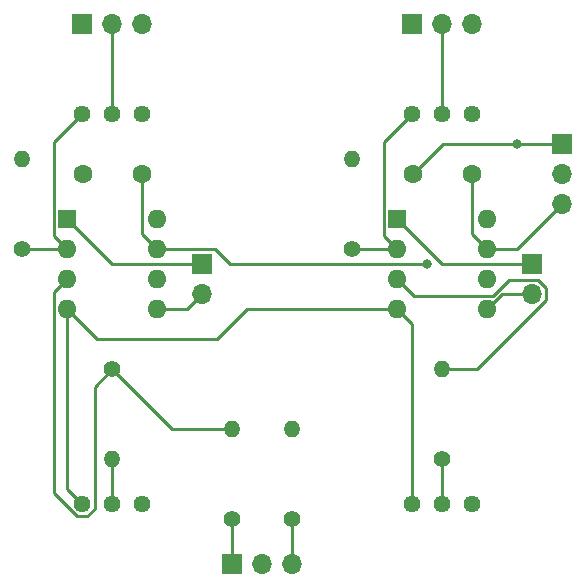
<source format=gbr>
%TF.GenerationSoftware,KiCad,Pcbnew,(6.0.1)*%
%TF.CreationDate,2022-01-30T20:50:49-08:00*%
%TF.ProjectId,Galvoamp,47616c76-6f61-46d7-902e-6b696361645f,rev?*%
%TF.SameCoordinates,Original*%
%TF.FileFunction,Copper,L1,Top*%
%TF.FilePolarity,Positive*%
%FSLAX46Y46*%
G04 Gerber Fmt 4.6, Leading zero omitted, Abs format (unit mm)*
G04 Created by KiCad (PCBNEW (6.0.1)) date 2022-01-30 20:50:49*
%MOMM*%
%LPD*%
G01*
G04 APERTURE LIST*
%TA.AperFunction,ComponentPad*%
%ADD10R,1.700000X1.700000*%
%TD*%
%TA.AperFunction,ComponentPad*%
%ADD11O,1.700000X1.700000*%
%TD*%
%TA.AperFunction,ComponentPad*%
%ADD12C,1.440000*%
%TD*%
%TA.AperFunction,ComponentPad*%
%ADD13C,1.400000*%
%TD*%
%TA.AperFunction,ComponentPad*%
%ADD14O,1.400000X1.400000*%
%TD*%
%TA.AperFunction,ComponentPad*%
%ADD15R,1.600000X1.600000*%
%TD*%
%TA.AperFunction,ComponentPad*%
%ADD16O,1.600000X1.600000*%
%TD*%
%TA.AperFunction,ComponentPad*%
%ADD17C,1.600000*%
%TD*%
%TA.AperFunction,ViaPad*%
%ADD18C,0.800000*%
%TD*%
%TA.AperFunction,Conductor*%
%ADD19C,0.250000*%
%TD*%
G04 APERTURE END LIST*
D10*
%TO.P,J4,1,Pin_1*%
%TO.N,GND*%
X139700000Y-76200000D03*
D11*
%TO.P,J4,2,Pin_2*%
%TO.N,Net-(J4-Pad2)*%
X142240000Y-76200000D03*
%TO.P,J4,3,Pin_3*%
%TO.N,GND*%
X144780000Y-76200000D03*
%TD*%
D12*
%TO.P,RV2,1,1*%
%TO.N,+15V*%
X144780000Y-116840000D03*
%TO.P,RV2,2,2*%
%TO.N,Net-(R4-Pad1)*%
X142240000Y-116840000D03*
%TO.P,RV2,3,3*%
%TO.N,-15V*%
X139700000Y-116840000D03*
%TD*%
D10*
%TO.P,J3,1,Pin_1*%
%TO.N,Net-(J3-Pad1)*%
X149860000Y-96520000D03*
D11*
%TO.P,J3,2,Pin_2*%
%TO.N,Net-(J3-Pad2)*%
X149860000Y-99060000D03*
%TD*%
D12*
%TO.P,RV3,1,1*%
%TO.N,Net-(U1-Pad2)*%
X111760000Y-83820000D03*
%TO.P,RV3,2,2*%
%TO.N,Net-(U1-Pad6)*%
X114300000Y-83820000D03*
%TO.P,RV3,3,3*%
X116840000Y-83820000D03*
%TD*%
D13*
%TO.P,R5,1*%
%TO.N,Net-(R5-Pad1)*%
X134620000Y-95250000D03*
D14*
%TO.P,R5,2*%
%TO.N,GND*%
X134620000Y-87630000D03*
%TD*%
D12*
%TO.P,RV4,1,1*%
%TO.N,Net-(R5-Pad1)*%
X139700000Y-83820000D03*
%TO.P,RV4,2,2*%
%TO.N,Net-(J4-Pad2)*%
X142240000Y-83820000D03*
%TO.P,RV4,3,3*%
X144780000Y-83820000D03*
%TD*%
D15*
%TO.P,U2,1,NULL*%
%TO.N,Net-(J3-Pad1)*%
X138440000Y-92720000D03*
D16*
%TO.P,U2,2,-*%
%TO.N,Net-(R5-Pad1)*%
X138440000Y-95260000D03*
%TO.P,U2,3,+*%
%TO.N,Net-(R3-Pad2)*%
X138440000Y-97800000D03*
%TO.P,U2,4,V-*%
%TO.N,-15V*%
X138440000Y-100340000D03*
%TO.P,U2,5,NULL*%
%TO.N,Net-(J3-Pad2)*%
X146060000Y-100340000D03*
%TO.P,U2,6*%
%TO.N,Net-(J4-Pad2)*%
X146060000Y-97800000D03*
%TO.P,U2,7,V+*%
%TO.N,+15V*%
X146060000Y-95260000D03*
%TO.P,U2,8,NC*%
%TO.N,unconnected-(U2-Pad8)*%
X146060000Y-92720000D03*
%TD*%
D13*
%TO.P,R6,1*%
%TO.N,Net-(U1-Pad2)*%
X106680000Y-95250000D03*
D14*
%TO.P,R6,2*%
%TO.N,GND*%
X106680000Y-87630000D03*
%TD*%
D10*
%TO.P,J1,1,Pin_1*%
%TO.N,Net-(J1-Pad1)*%
X124460000Y-121920000D03*
D11*
%TO.P,J1,2,Pin_2*%
%TO.N,GND*%
X127000000Y-121920000D03*
%TO.P,J1,3,Pin_3*%
%TO.N,Net-(J1-Pad3)*%
X129540000Y-121920000D03*
%TD*%
D13*
%TO.P,R3,1*%
%TO.N,Net-(J1-Pad3)*%
X129540000Y-118110000D03*
D14*
%TO.P,R3,2*%
%TO.N,Net-(R3-Pad2)*%
X129540000Y-110490000D03*
%TD*%
D13*
%TO.P,R1,1*%
%TO.N,Net-(J1-Pad1)*%
X124460000Y-118110000D03*
D14*
%TO.P,R1,2*%
%TO.N,Net-(U1-Pad3)*%
X124460000Y-110490000D03*
%TD*%
D10*
%TO.P,J6,1,Pin_1*%
%TO.N,-15V*%
X152400000Y-86360000D03*
D11*
%TO.P,J6,2,Pin_2*%
%TO.N,GND*%
X152400000Y-88900000D03*
%TO.P,J6,3,Pin_3*%
%TO.N,+15V*%
X152400000Y-91440000D03*
%TD*%
D17*
%TO.P,C2,1*%
%TO.N,+15V*%
X144780000Y-88900000D03*
%TO.P,C2,2*%
%TO.N,-15V*%
X139780000Y-88900000D03*
%TD*%
D13*
%TO.P,R2,1*%
%TO.N,Net-(U1-Pad3)*%
X114300000Y-105410000D03*
D14*
%TO.P,R2,2*%
%TO.N,Net-(R2-Pad2)*%
X114300000Y-113030000D03*
%TD*%
D13*
%TO.P,R4,1*%
%TO.N,Net-(R4-Pad1)*%
X142240000Y-113030000D03*
D14*
%TO.P,R4,2*%
%TO.N,Net-(R3-Pad2)*%
X142240000Y-105410000D03*
%TD*%
D12*
%TO.P,RV1,1,1*%
%TO.N,+15V*%
X116840000Y-116840000D03*
%TO.P,RV1,2,2*%
%TO.N,Net-(R2-Pad2)*%
X114300000Y-116840000D03*
%TO.P,RV1,3,3*%
%TO.N,-15V*%
X111760000Y-116840000D03*
%TD*%
D10*
%TO.P,J2,1,Pin_1*%
%TO.N,Net-(U1-Pad1)*%
X121920000Y-96520000D03*
D11*
%TO.P,J2,2,Pin_2*%
%TO.N,Net-(U1-Pad5)*%
X121920000Y-99060000D03*
%TD*%
D10*
%TO.P,J5,1,Pin_1*%
%TO.N,GND*%
X111760000Y-76200000D03*
D11*
%TO.P,J5,2,Pin_2*%
%TO.N,Net-(U1-Pad6)*%
X114300000Y-76200000D03*
%TO.P,J5,3,Pin_3*%
%TO.N,GND*%
X116840000Y-76200000D03*
%TD*%
D17*
%TO.P,C1,1*%
%TO.N,+15V*%
X116840000Y-88900000D03*
%TO.P,C1,2*%
%TO.N,-15V*%
X111840000Y-88900000D03*
%TD*%
D15*
%TO.P,U1,1,NULL*%
%TO.N,Net-(U1-Pad1)*%
X110500000Y-92720000D03*
D16*
%TO.P,U1,2,-*%
%TO.N,Net-(U1-Pad2)*%
X110500000Y-95260000D03*
%TO.P,U1,3,+*%
%TO.N,Net-(U1-Pad3)*%
X110500000Y-97800000D03*
%TO.P,U1,4,V-*%
%TO.N,-15V*%
X110500000Y-100340000D03*
%TO.P,U1,5,NULL*%
%TO.N,Net-(U1-Pad5)*%
X118120000Y-100340000D03*
%TO.P,U1,6*%
%TO.N,Net-(U1-Pad6)*%
X118120000Y-97800000D03*
%TO.P,U1,7,V+*%
%TO.N,+15V*%
X118120000Y-95260000D03*
%TO.P,U1,8,NC*%
%TO.N,unconnected-(U1-Pad8)*%
X118120000Y-92720000D03*
%TD*%
D18*
%TO.N,-15V*%
X148550000Y-86360000D03*
%TO.N,+15V*%
X140970000Y-96520000D03*
%TD*%
D19*
%TO.N,-15V*%
X125720000Y-100340000D02*
X123190000Y-102870000D01*
X123190000Y-102870000D02*
X113030000Y-102870000D01*
X113030000Y-102870000D02*
X110500000Y-100340000D01*
X138440000Y-100340000D02*
X125720000Y-100340000D01*
%TO.N,Net-(J1-Pad1)*%
X124460000Y-121920000D02*
X124460000Y-118110000D01*
%TO.N,Net-(J1-Pad3)*%
X129540000Y-121920000D02*
X129540000Y-118110000D01*
%TO.N,Net-(J4-Pad2)*%
X142240000Y-83820000D02*
X142240000Y-76200000D01*
%TO.N,Net-(U1-Pad6)*%
X114300000Y-83820000D02*
X114300000Y-76200000D01*
%TO.N,-15V*%
X138440000Y-100340000D02*
X138430000Y-100330000D01*
X148550000Y-86360000D02*
X142320000Y-86360000D01*
X152400000Y-86360000D02*
X148550000Y-86360000D01*
X110500000Y-115580000D02*
X111760000Y-116840000D01*
X139700000Y-101600000D02*
X138440000Y-100340000D01*
X110500000Y-100340000D02*
X110500000Y-115580000D01*
X139700000Y-116840000D02*
X139700000Y-101600000D01*
X142320000Y-86360000D02*
X139780000Y-88900000D01*
%TO.N,+15V*%
X124269022Y-96520000D02*
X140970000Y-96520000D01*
X116840000Y-93980000D02*
X118120000Y-95260000D01*
X144780000Y-93980000D02*
X144780000Y-88900000D01*
X116840000Y-88900000D02*
X116840000Y-93980000D01*
X152400000Y-91440000D02*
X148580000Y-95260000D01*
X148580000Y-95260000D02*
X146060000Y-95260000D01*
X146060000Y-95260000D02*
X144780000Y-93980000D01*
X118120000Y-95260000D02*
X123009022Y-95260000D01*
X123009022Y-95260000D02*
X124269022Y-96520000D01*
%TO.N,Net-(U1-Pad3)*%
X112804511Y-106905489D02*
X114300000Y-105410000D01*
X112192652Y-117884511D02*
X112804511Y-117272652D01*
X111327348Y-117884511D02*
X112192652Y-117884511D01*
X124460000Y-110490000D02*
X119380000Y-110490000D01*
X109375489Y-115932652D02*
X111327348Y-117884511D01*
X119380000Y-110490000D02*
X114300000Y-105410000D01*
X110500000Y-97800000D02*
X109375489Y-98924511D01*
X112804511Y-117272652D02*
X112804511Y-106905489D01*
X109375489Y-98924511D02*
X109375489Y-115932652D01*
%TO.N,Net-(R2-Pad2)*%
X114300000Y-116840000D02*
X114300000Y-113030000D01*
%TO.N,Net-(R3-Pad2)*%
X145171010Y-105410000D02*
X142240000Y-105410000D01*
X147855789Y-97885489D02*
X150346499Y-97885489D01*
X151034511Y-99546499D02*
X145171010Y-105410000D01*
X150346499Y-97885489D02*
X151034511Y-98573501D01*
X151034511Y-98573501D02*
X151034511Y-99546499D01*
X138440000Y-97800000D02*
X139855489Y-99215489D01*
X139855489Y-99215489D02*
X146525789Y-99215489D01*
X146525789Y-99215489D02*
X147855789Y-97885489D01*
%TO.N,Net-(R4-Pad1)*%
X142240000Y-116840000D02*
X142240000Y-113030000D01*
%TO.N,Net-(R5-Pad1)*%
X138440000Y-95260000D02*
X137315489Y-94135489D01*
X137315489Y-94135489D02*
X137315489Y-86204511D01*
X137315489Y-86204511D02*
X139700000Y-83820000D01*
X134620000Y-95250000D02*
X138430000Y-95250000D01*
X138430000Y-95250000D02*
X138440000Y-95260000D01*
%TO.N,Net-(U1-Pad2)*%
X110500000Y-95260000D02*
X109375489Y-94135489D01*
X109375489Y-94135489D02*
X109375489Y-86204511D01*
X110490000Y-95250000D02*
X110500000Y-95260000D01*
X106680000Y-95250000D02*
X110490000Y-95250000D01*
X109375489Y-86204511D02*
X111760000Y-83820000D01*
%TO.N,Net-(U1-Pad1)*%
X114300000Y-96520000D02*
X110500000Y-92720000D01*
X121920000Y-96520000D02*
X114300000Y-96520000D01*
%TO.N,Net-(U1-Pad5)*%
X118120000Y-100340000D02*
X120640000Y-100340000D01*
X120640000Y-100340000D02*
X121920000Y-99060000D01*
%TO.N,Net-(J3-Pad1)*%
X142240000Y-96520000D02*
X138440000Y-92720000D01*
X149860000Y-96520000D02*
X142240000Y-96520000D01*
%TO.N,Net-(J3-Pad2)*%
X149860000Y-99060000D02*
X147340000Y-99060000D01*
X147340000Y-99060000D02*
X146060000Y-100340000D01*
%TD*%
M02*

</source>
